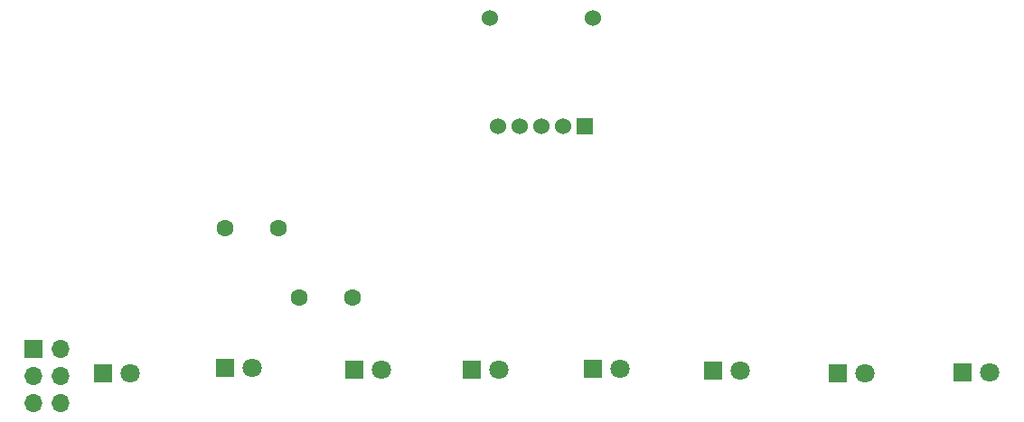
<source format=gbr>
%TF.GenerationSoftware,KiCad,Pcbnew,5.1.10-88a1d61d58~88~ubuntu20.04.1*%
%TF.CreationDate,2021-10-16T20:43:53-04:00*%
%TF.ProjectId,Spaceship-Badge-555,53706163-6573-4686-9970-2d4261646765,rev?*%
%TF.SameCoordinates,Original*%
%TF.FileFunction,Soldermask,Top*%
%TF.FilePolarity,Negative*%
%FSLAX46Y46*%
G04 Gerber Fmt 4.6, Leading zero omitted, Abs format (unit mm)*
G04 Created by KiCad (PCBNEW 5.1.10-88a1d61d58~88~ubuntu20.04.1) date 2021-10-16 20:43:53*
%MOMM*%
%LPD*%
G01*
G04 APERTURE LIST*
%ADD10C,1.524000*%
%ADD11R,1.524000X1.524000*%
%ADD12R,1.700000X1.700000*%
%ADD13O,1.700000X1.700000*%
%ADD14C,1.800000*%
%ADD15R,1.800000X1.800000*%
%ADD16C,1.600000*%
G04 APERTURE END LIST*
D10*
%TO.C,RV1*%
X196524880Y-79786480D03*
X194492880Y-79786480D03*
X192460880Y-79786480D03*
X198556880Y-79786480D03*
D11*
X200588880Y-79786480D03*
D10*
X201350880Y-69626480D03*
X191698880Y-69626480D03*
%TD*%
D12*
%TO.C,J1*%
X148920000Y-100660000D03*
D13*
X151460000Y-100660000D03*
X148920000Y-103200000D03*
X151460000Y-103200000D03*
X148920000Y-105740000D03*
X151460000Y-105740000D03*
%TD*%
D14*
%TO.C,D11*%
X238506000Y-102870000D03*
D15*
X235966000Y-102870000D03*
%TD*%
D14*
%TO.C,D10*%
X226847000Y-102997000D03*
D15*
X224307000Y-102997000D03*
%TD*%
D14*
%TO.C,D9*%
X215163000Y-102718000D03*
D15*
X212623000Y-102718000D03*
%TD*%
D14*
%TO.C,D8*%
X203886000Y-102565000D03*
D15*
X201346000Y-102565000D03*
%TD*%
D14*
%TO.C,D7*%
X192481000Y-102616000D03*
D15*
X189941000Y-102616000D03*
%TD*%
D14*
%TO.C,D6*%
X181483000Y-102591000D03*
D15*
X178943000Y-102591000D03*
%TD*%
D14*
%TO.C,D5*%
X169418000Y-102413000D03*
D15*
X166878000Y-102413000D03*
%TD*%
D14*
%TO.C,D4*%
X157937000Y-102921000D03*
D15*
X155397000Y-102921000D03*
%TD*%
D16*
%TO.C,C2*%
X178787000Y-95859600D03*
X173787000Y-95859600D03*
%TD*%
%TO.C,C1*%
X171827000Y-89357200D03*
X166827000Y-89357200D03*
%TD*%
M02*

</source>
